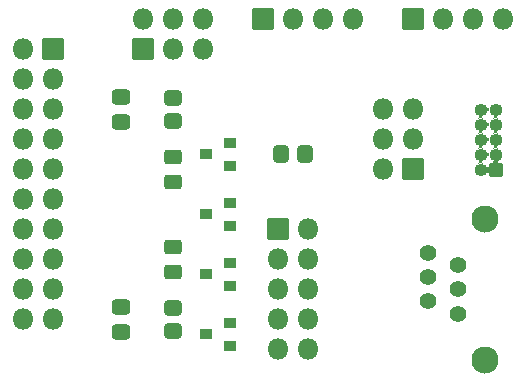
<source format=gbr>
G04 #@! TF.GenerationSoftware,KiCad,Pcbnew,(6.0.2)*
G04 #@! TF.CreationDate,2022-03-04T18:18:09+01:00*
G04 #@! TF.ProjectId,LINK,4c494e4b-2e6b-4696-9361-645f70636258,rev?*
G04 #@! TF.SameCoordinates,Original*
G04 #@! TF.FileFunction,Soldermask,Top*
G04 #@! TF.FilePolarity,Negative*
%FSLAX46Y46*%
G04 Gerber Fmt 4.6, Leading zero omitted, Abs format (unit mm)*
G04 Created by KiCad (PCBNEW (6.0.2)) date 2022-03-04 18:18:09*
%MOMM*%
%LPD*%
G01*
G04 APERTURE LIST*
G04 Aperture macros list*
%AMRoundRect*
0 Rectangle with rounded corners*
0 $1 Rounding radius*
0 $2 $3 $4 $5 $6 $7 $8 $9 X,Y pos of 4 corners*
0 Add a 4 corners polygon primitive as box body*
4,1,4,$2,$3,$4,$5,$6,$7,$8,$9,$2,$3,0*
0 Add four circle primitives for the rounded corners*
1,1,$1+$1,$2,$3*
1,1,$1+$1,$4,$5*
1,1,$1+$1,$6,$7*
1,1,$1+$1,$8,$9*
0 Add four rect primitives between the rounded corners*
20,1,$1+$1,$2,$3,$4,$5,0*
20,1,$1+$1,$4,$5,$6,$7,0*
20,1,$1+$1,$6,$7,$8,$9,0*
20,1,$1+$1,$8,$9,$2,$3,0*%
G04 Aperture macros list end*
%ADD10RoundRect,0.301000X-0.450000X0.350000X-0.450000X-0.350000X0.450000X-0.350000X0.450000X0.350000X0*%
%ADD11RoundRect,0.301000X-0.450000X0.325000X-0.450000X-0.325000X0.450000X-0.325000X0.450000X0.325000X0*%
%ADD12RoundRect,0.301000X0.450000X-0.325000X0.450000X0.325000X-0.450000X0.325000X-0.450000X-0.325000X0*%
%ADD13RoundRect,0.051000X-0.850000X-0.850000X0.850000X-0.850000X0.850000X0.850000X-0.850000X0.850000X0*%
%ADD14O,1.802000X1.802000*%
%ADD15RoundRect,0.051000X0.850000X-0.850000X0.850000X0.850000X-0.850000X0.850000X-0.850000X-0.850000X0*%
%ADD16RoundRect,0.051000X0.500000X0.500000X-0.500000X0.500000X-0.500000X-0.500000X0.500000X-0.500000X0*%
%ADD17O,1.102000X1.102000*%
%ADD18RoundRect,0.301000X0.475000X-0.337500X0.475000X0.337500X-0.475000X0.337500X-0.475000X-0.337500X0*%
%ADD19RoundRect,0.301000X-0.475000X0.337500X-0.475000X-0.337500X0.475000X-0.337500X0.475000X0.337500X0*%
%ADD20RoundRect,0.301000X0.450000X-0.350000X0.450000X0.350000X-0.450000X0.350000X-0.450000X-0.350000X0*%
%ADD21C,2.300000*%
%ADD22C,1.402000*%
%ADD23RoundRect,0.051000X0.850000X0.850000X-0.850000X0.850000X-0.850000X-0.850000X0.850000X-0.850000X0*%
%ADD24RoundRect,0.051000X0.450000X0.400000X-0.450000X0.400000X-0.450000X-0.400000X0.450000X-0.400000X0*%
%ADD25RoundRect,0.301000X0.350000X0.450000X-0.350000X0.450000X-0.350000X-0.450000X0.350000X-0.450000X0*%
G04 APERTURE END LIST*
D10*
X137160000Y-72660000D03*
X137160000Y-74660000D03*
D11*
X137160000Y-85335000D03*
X137160000Y-87385000D03*
D12*
X137160000Y-79765000D03*
X137160000Y-77715000D03*
D13*
X127000000Y-68580000D03*
D14*
X124460000Y-68580000D03*
X127000000Y-71120000D03*
X124460000Y-71120000D03*
X127000000Y-73660000D03*
X124460000Y-73660000D03*
X127000000Y-76200000D03*
X124460000Y-76200000D03*
X127000000Y-78740000D03*
X124460000Y-78740000D03*
X127000000Y-81280000D03*
X124460000Y-81280000D03*
X127000000Y-83820000D03*
X124460000Y-83820000D03*
X127000000Y-86360000D03*
X124460000Y-86360000D03*
X127000000Y-88900000D03*
X124460000Y-88900000D03*
X127000000Y-91440000D03*
X124460000Y-91440000D03*
D15*
X144780000Y-66040000D03*
D14*
X147320000Y-66040000D03*
X149860000Y-66040000D03*
X152400000Y-66040000D03*
D16*
X164455000Y-78750000D03*
D17*
X163185000Y-78750000D03*
X164455000Y-77480000D03*
X163185000Y-77480000D03*
X164455000Y-76210000D03*
X163185000Y-76210000D03*
X164455000Y-74940000D03*
X163185000Y-74940000D03*
X164455000Y-73670000D03*
X163185000Y-73670000D03*
D18*
X132715000Y-92477500D03*
X132715000Y-90402500D03*
D19*
X132715000Y-72622500D03*
X132715000Y-74697500D03*
D15*
X157480000Y-66040000D03*
D14*
X160020000Y-66040000D03*
X162560000Y-66040000D03*
X165100000Y-66040000D03*
D20*
X137160000Y-92440000D03*
X137160000Y-90440000D03*
D21*
X163590000Y-82900000D03*
X163590000Y-94900000D03*
D22*
X158750000Y-85840000D03*
X161290000Y-86860000D03*
X158750000Y-87880000D03*
X161290000Y-88900000D03*
X158750000Y-89920000D03*
X161290000Y-90940000D03*
D23*
X157480000Y-78740000D03*
D14*
X154940000Y-78740000D03*
X157480000Y-76200000D03*
X154940000Y-76200000D03*
X157480000Y-73660000D03*
X154940000Y-73660000D03*
D13*
X146050000Y-83820000D03*
D14*
X148590000Y-83820000D03*
X146050000Y-86360000D03*
X148590000Y-86360000D03*
X146050000Y-88900000D03*
X148590000Y-88900000D03*
X146050000Y-91440000D03*
X148590000Y-91440000D03*
X146050000Y-93980000D03*
X148590000Y-93980000D03*
D24*
X141970000Y-93660000D03*
X141970000Y-91760000D03*
X139970000Y-92710000D03*
X141970000Y-88580000D03*
X141970000Y-86680000D03*
X139970000Y-87630000D03*
X141970000Y-83500000D03*
X141970000Y-81600000D03*
X139970000Y-82550000D03*
X141970000Y-78420000D03*
X141970000Y-76520000D03*
X139970000Y-77470000D03*
D15*
X134635000Y-68585000D03*
D14*
X134635000Y-66045000D03*
X137175000Y-68585000D03*
X137175000Y-66045000D03*
X139715000Y-68585000D03*
X139715000Y-66045000D03*
D25*
X148320000Y-77470000D03*
X146320000Y-77470000D03*
G36*
X163905212Y-78427842D02*
G01*
X163906000Y-78429433D01*
X163906000Y-79071633D01*
X163905000Y-79073365D01*
X163903000Y-79073365D01*
X163902081Y-79072196D01*
X163882405Y-79005184D01*
X163830062Y-78959829D01*
X163761509Y-78949972D01*
X163698462Y-78978765D01*
X163679514Y-79005331D01*
X163677694Y-79006161D01*
X163676719Y-79005794D01*
X163676329Y-79005514D01*
X163667444Y-79017878D01*
X163665621Y-79018701D01*
X163663997Y-79017534D01*
X163663972Y-79015946D01*
X163715276Y-78892087D01*
X163733983Y-78750000D01*
X163715276Y-78607913D01*
X163666217Y-78489473D01*
X163666478Y-78487490D01*
X163668326Y-78486725D01*
X163669713Y-78487575D01*
X163677472Y-78498864D01*
X163731422Y-78542765D01*
X163800249Y-78550496D01*
X163862328Y-78519790D01*
X163898038Y-78460253D01*
X163902016Y-78429179D01*
X163903228Y-78427588D01*
X163905212Y-78427842D01*
G37*
G36*
X163042913Y-78010276D02*
G01*
X163185000Y-78028983D01*
X163327087Y-78010276D01*
X163409489Y-77976144D01*
X163411472Y-77976405D01*
X163412237Y-77978253D01*
X163411153Y-77979779D01*
X163359595Y-78005710D01*
X163308777Y-78053204D01*
X163291776Y-78120345D01*
X163313772Y-78186015D01*
X163367960Y-78229513D01*
X163381969Y-78234131D01*
X163382279Y-78234262D01*
X163417005Y-78252648D01*
X163418068Y-78254343D01*
X163417132Y-78256110D01*
X163415304Y-78256264D01*
X163327087Y-78219724D01*
X163185000Y-78201017D01*
X163042913Y-78219724D01*
X162957563Y-78255077D01*
X162955580Y-78254816D01*
X162954815Y-78252968D01*
X162955881Y-78251452D01*
X163004002Y-78226615D01*
X163003818Y-78226258D01*
X163003912Y-78224260D01*
X163004599Y-78223606D01*
X163046886Y-78199323D01*
X163078767Y-78137836D01*
X163072345Y-78068878D01*
X163029590Y-78014249D01*
X162989165Y-77995275D01*
X162981989Y-77993393D01*
X162981542Y-77993216D01*
X162950144Y-77976168D01*
X162949099Y-77974462D01*
X162950053Y-77972705D01*
X162951863Y-77972562D01*
X163042913Y-78010276D01*
G37*
G36*
X164707304Y-77965705D02*
G01*
X164708069Y-77967553D01*
X164707452Y-77968753D01*
X164661733Y-78011482D01*
X164644732Y-78078623D01*
X164666728Y-78144293D01*
X164720814Y-78187709D01*
X164767948Y-78197038D01*
X164769453Y-78198355D01*
X164769065Y-78200317D01*
X164767560Y-78201000D01*
X164142562Y-78201000D01*
X164140830Y-78200000D01*
X164140830Y-78198000D01*
X164141999Y-78197081D01*
X164209011Y-78177405D01*
X164254366Y-78125062D01*
X164264223Y-78056509D01*
X164235405Y-77993407D01*
X164207194Y-77970729D01*
X164206471Y-77968864D01*
X164207724Y-77967305D01*
X164209212Y-77967322D01*
X164312913Y-78010276D01*
X164455000Y-78028983D01*
X164597087Y-78010276D01*
X164705321Y-77965444D01*
X164707304Y-77965705D01*
G37*
G36*
X163707126Y-77307952D02*
G01*
X163746629Y-77360254D01*
X163811626Y-77384179D01*
X163879236Y-77369167D01*
X163927969Y-77320016D01*
X163929898Y-77319490D01*
X163931319Y-77320898D01*
X163931237Y-77322189D01*
X163924724Y-77337913D01*
X163906017Y-77480000D01*
X163924724Y-77622087D01*
X163936686Y-77650967D01*
X163936425Y-77652950D01*
X163934577Y-77653715D01*
X163933230Y-77652921D01*
X163894662Y-77600731D01*
X163829921Y-77576125D01*
X163762156Y-77590428D01*
X163712713Y-77639262D01*
X163710980Y-77642906D01*
X163709333Y-77644041D01*
X163707527Y-77643182D01*
X163707326Y-77641282D01*
X163715276Y-77622087D01*
X163733983Y-77480000D01*
X163715276Y-77337913D01*
X163703682Y-77309922D01*
X163703943Y-77307939D01*
X163705791Y-77307174D01*
X163707126Y-77307952D01*
G37*
G36*
X164312913Y-76740276D02*
G01*
X164455000Y-76758983D01*
X164597087Y-76740276D01*
X164679489Y-76706144D01*
X164681472Y-76706405D01*
X164682237Y-76708253D01*
X164681153Y-76709779D01*
X164629595Y-76735710D01*
X164578777Y-76783204D01*
X164561776Y-76850345D01*
X164583772Y-76916015D01*
X164637960Y-76959513D01*
X164651969Y-76964131D01*
X164652279Y-76964262D01*
X164687005Y-76982648D01*
X164688068Y-76984343D01*
X164687132Y-76986110D01*
X164685304Y-76986264D01*
X164597087Y-76949724D01*
X164455000Y-76931017D01*
X164312913Y-76949724D01*
X164227563Y-76985077D01*
X164225580Y-76984816D01*
X164224815Y-76982968D01*
X164225881Y-76981452D01*
X164274002Y-76956615D01*
X164273818Y-76956258D01*
X164273912Y-76954260D01*
X164274599Y-76953606D01*
X164316886Y-76929323D01*
X164348767Y-76867836D01*
X164342345Y-76798878D01*
X164299590Y-76744249D01*
X164259165Y-76725275D01*
X164251989Y-76723393D01*
X164251542Y-76723216D01*
X164220144Y-76706168D01*
X164219099Y-76704462D01*
X164220053Y-76702705D01*
X164221863Y-76702562D01*
X164312913Y-76740276D01*
G37*
G36*
X163042913Y-76740276D02*
G01*
X163185000Y-76758983D01*
X163327087Y-76740276D01*
X163409489Y-76706144D01*
X163411472Y-76706405D01*
X163412237Y-76708253D01*
X163411153Y-76709779D01*
X163359595Y-76735710D01*
X163308777Y-76783204D01*
X163291776Y-76850345D01*
X163313772Y-76916015D01*
X163367960Y-76959513D01*
X163381969Y-76964131D01*
X163382279Y-76964262D01*
X163417005Y-76982648D01*
X163418068Y-76984343D01*
X163417132Y-76986110D01*
X163415304Y-76986264D01*
X163327087Y-76949724D01*
X163185000Y-76931017D01*
X163042913Y-76949724D01*
X162957563Y-76985077D01*
X162955580Y-76984816D01*
X162954815Y-76982968D01*
X162955881Y-76981452D01*
X163004002Y-76956615D01*
X163003818Y-76956258D01*
X163003912Y-76954260D01*
X163004599Y-76953606D01*
X163046886Y-76929323D01*
X163078767Y-76867836D01*
X163072345Y-76798878D01*
X163029590Y-76744249D01*
X162989165Y-76725275D01*
X162981989Y-76723393D01*
X162981542Y-76723216D01*
X162950144Y-76706168D01*
X162949099Y-76704462D01*
X162950053Y-76702705D01*
X162951863Y-76702562D01*
X163042913Y-76740276D01*
G37*
G36*
X163707126Y-76037952D02*
G01*
X163746629Y-76090254D01*
X163811626Y-76114179D01*
X163879236Y-76099167D01*
X163927969Y-76050016D01*
X163929898Y-76049490D01*
X163931319Y-76050898D01*
X163931237Y-76052189D01*
X163924724Y-76067913D01*
X163906017Y-76210000D01*
X163924724Y-76352087D01*
X163936686Y-76380967D01*
X163936425Y-76382950D01*
X163934577Y-76383715D01*
X163933230Y-76382921D01*
X163894662Y-76330731D01*
X163829921Y-76306125D01*
X163762156Y-76320428D01*
X163712713Y-76369262D01*
X163710980Y-76372906D01*
X163709333Y-76374041D01*
X163707527Y-76373182D01*
X163707326Y-76371282D01*
X163715276Y-76352087D01*
X163733983Y-76210000D01*
X163715276Y-76067913D01*
X163703682Y-76039922D01*
X163703943Y-76037939D01*
X163705791Y-76037174D01*
X163707126Y-76037952D01*
G37*
G36*
X163042913Y-75470276D02*
G01*
X163185000Y-75488983D01*
X163327087Y-75470276D01*
X163409489Y-75436144D01*
X163411472Y-75436405D01*
X163412237Y-75438253D01*
X163411153Y-75439779D01*
X163359595Y-75465710D01*
X163308777Y-75513204D01*
X163291776Y-75580345D01*
X163313772Y-75646015D01*
X163367960Y-75689513D01*
X163381969Y-75694131D01*
X163382279Y-75694262D01*
X163417005Y-75712648D01*
X163418068Y-75714343D01*
X163417132Y-75716110D01*
X163415304Y-75716264D01*
X163327087Y-75679724D01*
X163185000Y-75661017D01*
X163042913Y-75679724D01*
X162957563Y-75715077D01*
X162955580Y-75714816D01*
X162954815Y-75712968D01*
X162955881Y-75711452D01*
X163004002Y-75686615D01*
X163003818Y-75686258D01*
X163003912Y-75684260D01*
X163004599Y-75683606D01*
X163046886Y-75659323D01*
X163078767Y-75597836D01*
X163072345Y-75528878D01*
X163029590Y-75474249D01*
X162989165Y-75455275D01*
X162981989Y-75453393D01*
X162981542Y-75453216D01*
X162950144Y-75436168D01*
X162949099Y-75434462D01*
X162950053Y-75432705D01*
X162951863Y-75432562D01*
X163042913Y-75470276D01*
G37*
G36*
X164312913Y-75470276D02*
G01*
X164455000Y-75488983D01*
X164597087Y-75470276D01*
X164679489Y-75436144D01*
X164681472Y-75436405D01*
X164682237Y-75438253D01*
X164681153Y-75439779D01*
X164629595Y-75465710D01*
X164578777Y-75513204D01*
X164561776Y-75580345D01*
X164583772Y-75646015D01*
X164637960Y-75689513D01*
X164651969Y-75694131D01*
X164652279Y-75694262D01*
X164687005Y-75712648D01*
X164688068Y-75714343D01*
X164687132Y-75716110D01*
X164685304Y-75716264D01*
X164597087Y-75679724D01*
X164455000Y-75661017D01*
X164312913Y-75679724D01*
X164227563Y-75715077D01*
X164225580Y-75714816D01*
X164224815Y-75712968D01*
X164225881Y-75711452D01*
X164274002Y-75686615D01*
X164273818Y-75686258D01*
X164273912Y-75684260D01*
X164274599Y-75683606D01*
X164316886Y-75659323D01*
X164348767Y-75597836D01*
X164342345Y-75528878D01*
X164299590Y-75474249D01*
X164259165Y-75455275D01*
X164251989Y-75453393D01*
X164251542Y-75453216D01*
X164220144Y-75436168D01*
X164219099Y-75434462D01*
X164220053Y-75432705D01*
X164221863Y-75432562D01*
X164312913Y-75470276D01*
G37*
G36*
X163707126Y-74767952D02*
G01*
X163746629Y-74820254D01*
X163811626Y-74844179D01*
X163879236Y-74829167D01*
X163927969Y-74780016D01*
X163929898Y-74779490D01*
X163931319Y-74780898D01*
X163931237Y-74782189D01*
X163924724Y-74797913D01*
X163906017Y-74940000D01*
X163924724Y-75082087D01*
X163936686Y-75110967D01*
X163936425Y-75112950D01*
X163934577Y-75113715D01*
X163933230Y-75112921D01*
X163894662Y-75060731D01*
X163829921Y-75036125D01*
X163762156Y-75050428D01*
X163712713Y-75099262D01*
X163710980Y-75102906D01*
X163709333Y-75104041D01*
X163707527Y-75103182D01*
X163707326Y-75101282D01*
X163715276Y-75082087D01*
X163733983Y-74940000D01*
X163715276Y-74797913D01*
X163703682Y-74769922D01*
X163703943Y-74767939D01*
X163705791Y-74767174D01*
X163707126Y-74767952D01*
G37*
G36*
X164312913Y-74200276D02*
G01*
X164455000Y-74218983D01*
X164597087Y-74200276D01*
X164679489Y-74166144D01*
X164681472Y-74166405D01*
X164682237Y-74168253D01*
X164681153Y-74169779D01*
X164629595Y-74195710D01*
X164578777Y-74243204D01*
X164561776Y-74310345D01*
X164583772Y-74376015D01*
X164637960Y-74419513D01*
X164651969Y-74424131D01*
X164652279Y-74424262D01*
X164687005Y-74442648D01*
X164688068Y-74444343D01*
X164687132Y-74446110D01*
X164685304Y-74446264D01*
X164597087Y-74409724D01*
X164455000Y-74391017D01*
X164312913Y-74409724D01*
X164227563Y-74445077D01*
X164225580Y-74444816D01*
X164224815Y-74442968D01*
X164225881Y-74441452D01*
X164274002Y-74416615D01*
X164273818Y-74416258D01*
X164273912Y-74414260D01*
X164274599Y-74413606D01*
X164316886Y-74389323D01*
X164348767Y-74327836D01*
X164342345Y-74258878D01*
X164299590Y-74204249D01*
X164259165Y-74185275D01*
X164251989Y-74183393D01*
X164251542Y-74183216D01*
X164220144Y-74166168D01*
X164219099Y-74164462D01*
X164220053Y-74162705D01*
X164221863Y-74162562D01*
X164312913Y-74200276D01*
G37*
G36*
X163042913Y-74200276D02*
G01*
X163185000Y-74218983D01*
X163327087Y-74200276D01*
X163409489Y-74166144D01*
X163411472Y-74166405D01*
X163412237Y-74168253D01*
X163411153Y-74169779D01*
X163359595Y-74195710D01*
X163308777Y-74243204D01*
X163291776Y-74310345D01*
X163313772Y-74376015D01*
X163367960Y-74419513D01*
X163381969Y-74424131D01*
X163382279Y-74424262D01*
X163417005Y-74442648D01*
X163418068Y-74444343D01*
X163417132Y-74446110D01*
X163415304Y-74446264D01*
X163327087Y-74409724D01*
X163185000Y-74391017D01*
X163042913Y-74409724D01*
X162957563Y-74445077D01*
X162955580Y-74444816D01*
X162954815Y-74442968D01*
X162955881Y-74441452D01*
X163004002Y-74416615D01*
X163003818Y-74416258D01*
X163003912Y-74414260D01*
X163004599Y-74413606D01*
X163046886Y-74389323D01*
X163078767Y-74327836D01*
X163072345Y-74258878D01*
X163029590Y-74204249D01*
X162989165Y-74185275D01*
X162981989Y-74183393D01*
X162981542Y-74183216D01*
X162950144Y-74166168D01*
X162949099Y-74164462D01*
X162950053Y-74162705D01*
X162951863Y-74162562D01*
X163042913Y-74200276D01*
G37*
G36*
X163707126Y-73497952D02*
G01*
X163746629Y-73550254D01*
X163811626Y-73574179D01*
X163879236Y-73559167D01*
X163927969Y-73510016D01*
X163929898Y-73509490D01*
X163931319Y-73510898D01*
X163931237Y-73512189D01*
X163924724Y-73527913D01*
X163906017Y-73670000D01*
X163924724Y-73812087D01*
X163936686Y-73840967D01*
X163936425Y-73842950D01*
X163934577Y-73843715D01*
X163933230Y-73842921D01*
X163894662Y-73790731D01*
X163829921Y-73766125D01*
X163762156Y-73780428D01*
X163712713Y-73829262D01*
X163710980Y-73832906D01*
X163709333Y-73834041D01*
X163707527Y-73833182D01*
X163707326Y-73831282D01*
X163715276Y-73812087D01*
X163733983Y-73670000D01*
X163715276Y-73527913D01*
X163703682Y-73499922D01*
X163703943Y-73497939D01*
X163705791Y-73497174D01*
X163707126Y-73497952D01*
G37*
M02*

</source>
